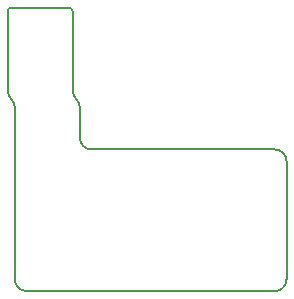
<source format=gko>
G04 Layer_Color=16711935*
%FSLAX25Y25*%
%MOIN*%
G70*
G01*
G75*
%ADD17C,0.00500*%
D17*
X20472Y-1181D02*
G03*
X19291Y-0I-1181J0D01*
G01*
X0Y0D02*
G03*
X-1181Y-1181I0J-1181D01*
G01*
X22835Y-43335D02*
G03*
X26773Y-47272I3938J1D01*
G01*
X22835Y-33301D02*
G03*
X21654Y-30490I-3937J0D01*
G01*
X20472Y-27678D02*
G03*
X21654Y-30490I3937J0D01*
G01*
X-1181Y-27678D02*
G03*
X0Y-30490I3937J0D01*
G01*
X1181Y-33301D02*
G03*
X0Y-30490I-3937J0D01*
G01*
X87795Y-94516D02*
G03*
X91732Y-90579I0J3937D01*
G01*
Y-51209D02*
G03*
X87795Y-47272I-3937J0D01*
G01*
X1181Y-90579D02*
G03*
X5118Y-94516I3937J0D01*
G01*
X1181Y-40185D02*
Y-39370D01*
X22835Y-40185D02*
Y-39370D01*
X-1181Y-27678D02*
Y-1181D01*
X1181Y-90579D02*
Y-40185D01*
Y-39370D02*
Y-33301D01*
X5118Y-94516D02*
X87795D01*
X20472Y-27678D02*
Y-1181D01*
X22835Y-43335D02*
Y-40185D01*
Y-39370D02*
Y-33301D01*
X26773Y-47272D02*
X87795D01*
X91732Y-90579D02*
Y-51209D01*
X0Y-0D02*
X19291D01*
M02*

</source>
